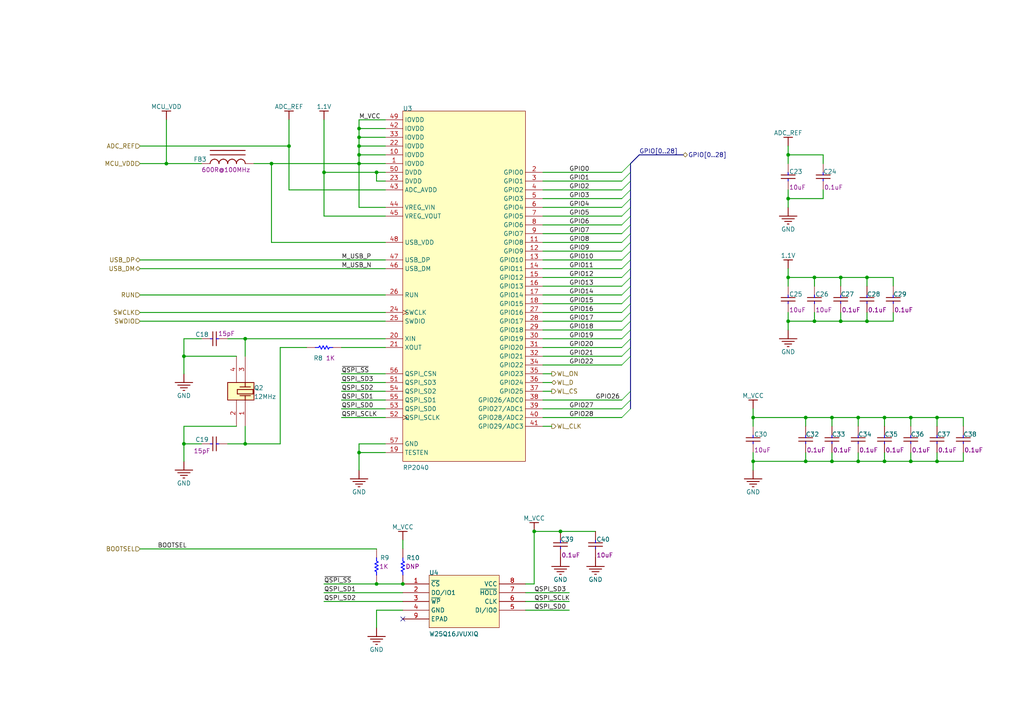
<source format=kicad_sch>
(kicad_sch (version 20230121) (generator eeschema)
  (paper "A4")
  (lib_symbols
    (symbol "RP2040-altium-import:1.1V" (power)
      (property "Reference" "#PWR" (at 0 0 0))
      (property "Value" "1.1V" (at 0 3.81 0))
      (symbol "1.1V_0_0"
        (polyline (pts (xy -1.27 -2.54) (xy 1.27 -2.54)) (stroke (width 0.254)))
        (polyline (pts (xy 0 0) (xy 0 -2.54)) (stroke (width 0.254)))
        (pin power_in line (at 0 0 0) (length 0) hide (name "1.1V") (number ""))
      )
    )
    (symbol "RP2040-altium-import:ADC_REF" (power)
      (property "Reference" "#PWR" (at 0 0 0))
      (property "Value" "ADC_REF" (at 0 3.81 0))
      (symbol "ADC_REF_0_0"
        (polyline (pts (xy -1.27 -2.54) (xy 1.27 -2.54)) (stroke (width 0.254)))
        (polyline (pts (xy 0 0) (xy 0 -2.54)) (stroke (width 0.254)))
        (pin power_in line (at 0 0 0) (length 0) hide (name "ADC_REF") (number ""))
      )
    )
    (symbol "RP2040-altium-import:GND" (power)
      (property "Reference" "#PWR" (at 0 0 0))
      (property "Value" "GND" (at 0 6.35 0))
      (symbol "GND_0_0"
        (polyline (pts (xy -2.54 -2.54) (xy 2.54 -2.54)) (stroke (width 0.254)))
        (polyline (pts (xy -1.778 -3.302) (xy 1.778 -3.302)) (stroke (width 0.254)))
        (polyline (pts (xy -1.016 -4.064) (xy 1.016 -4.064)) (stroke (width 0.254)))
        (polyline (pts (xy -0.254 -4.826) (xy 0.254 -4.826)) (stroke (width 0.254)))
        (polyline (pts (xy 0 0) (xy 0 -2.54)) (stroke (width 0.254)))
        (pin power_in line (at 0 0 0) (length 0) hide (name "GND") (number ""))
      )
    )
    (symbol "RP2040-altium-import:MCU_VDD" (power)
      (property "Reference" "#PWR" (at 0 0 0))
      (property "Value" "MCU_VDD" (at 0 3.81 0))
      (symbol "MCU_VDD_0_0"
        (polyline (pts (xy -1.27 -2.54) (xy 1.27 -2.54)) (stroke (width 0.254)))
        (polyline (pts (xy 0 0) (xy 0 -2.54)) (stroke (width 0.254)))
        (pin power_in line (at 0 0 0) (length 0) hide (name "MCU_VDD") (number ""))
      )
    )
    (symbol "RP2040-altium-import:M_VCC" (power)
      (property "Reference" "#PWR" (at 0 0 0))
      (property "Value" "M_VCC" (at 0 3.81 0))
      (symbol "M_VCC_0_0"
        (polyline (pts (xy -1.27 -2.54) (xy 1.27 -2.54)) (stroke (width 0.254)))
        (polyline (pts (xy 0 0) (xy 0 -2.54)) (stroke (width 0.254)))
        (pin power_in line (at 0 0 0) (length 0) hide (name "M_VCC") (number ""))
      )
    )
    (symbol "RP2040-altium-import:root_0_Ferrite 33Ohm 6A"
      (symbol "root_0_Ferrite 33Ohm 6A_1_0"
        (polyline (pts (xy 0 0) (xy 10.16 0)) (stroke (width 0.254)))
        (polyline (pts (xy 10.16 1.27) (xy 0 1.27)) (stroke (width 0.254)))
        (arc (start 1.27 -1.27) (mid 0.372 -1.642) (end 0 -2.54) (stroke (width 0.254)))
        (arc (start 2.54 -2.54) (mid 2.168 -1.642) (end 1.27 -1.27) (stroke (width 0.254)))
        (arc (start 3.81 -1.27) (mid 2.912 -1.642) (end 2.54 -2.54) (stroke (width 0.254)))
        (arc (start 5.08 -2.54) (mid 4.708 -1.642) (end 3.81 -1.27) (stroke (width 0.254)))
        (arc (start 6.35 -1.27) (mid 5.452 -1.642) (end 5.08 -2.54) (stroke (width 0.254)))
        (arc (start 7.62 -2.54) (mid 7.248 -1.642) (end 6.35 -1.27) (stroke (width 0.254)))
        (arc (start 8.89 -1.27) (mid 7.992 -1.642) (end 7.62 -2.54) (stroke (width 0.254)))
        (arc (start 10.16 -2.54) (mid 9.788 -1.642) (end 8.89 -1.27) (stroke (width 0.254)))
        (pin passive line (at -2.54 -2.54 0) (length 2.54) (name "1") (number "1"))
        (pin passive line (at 12.7 -2.54 180) (length 2.54) (name "2") (number "2"))
      )
    )
    (symbol "RP2040-altium-import:root_0_R0402 DNP"
      (symbol "root_0_R0402 DNP_1_0"
        (polyline (pts (xy 7.62 0) (xy 6.604 0) (xy 6.35 -0.508) (xy 5.842 0.508) (xy 5.334 -0.508) (xy 4.826 0.508) (xy 4.318 -0.508) (xy 3.81 0.508) (xy 3.556 0) (xy 2.54 0)) (stroke (width 0.254) (color 0 0 255 1)))
        (pin passive line (at 0 0 0) (length 2.54) (name "1") (number "1"))
        (pin passive line (at 10.16 0 180) (length 2.54) (name "2") (number "2"))
      )
    )
    (symbol "RP2040-altium-import:root_0_RP2040"
      (symbol "root_0_RP2040_1_0"
        (rectangle (start 35.56 101.6) (end 0 0) (fill (type background)))
        (pin power_in line (at -5.08 86.36 0) (length 5.08) (name "IOVDD") (number "1"))
        (pin power_in line (at -5.08 88.9 0) (length 5.08) (name "IOVDD") (number "10"))
        (pin bidirectional line (at 40.64 63.5 180) (length 5.08) (name "GPIO8") (number "11"))
        (pin bidirectional line (at 40.64 60.96 180) (length 5.08) (name "GPIO9") (number "12"))
        (pin bidirectional line (at 40.64 58.42 180) (length 5.08) (name "GPIO10") (number "13"))
        (pin bidirectional line (at 40.64 55.88 180) (length 5.08) (name "GPIO11") (number "14"))
        (pin bidirectional line (at 40.64 53.34 180) (length 5.08) (name "GPIO12") (number "15"))
        (pin bidirectional line (at 40.64 50.8 180) (length 5.08) (name "GPIO13") (number "16"))
        (pin bidirectional line (at 40.64 48.26 180) (length 5.08) (name "GPIO14") (number "17"))
        (pin bidirectional line (at 40.64 45.72 180) (length 5.08) (name "GPIO15") (number "18"))
        (pin passive line (at -5.08 2.54 0) (length 5.08) (name "TESTEN") (number "19"))
        (pin bidirectional line (at 40.64 83.82 180) (length 5.08) (name "GPIO0") (number "2"))
        (pin input line (at -5.08 35.56 0) (length 5.08) (name "XIN") (number "20"))
        (pin output line (at -5.08 33.02 0) (length 5.08) (name "XOUT") (number "21"))
        (pin power_in line (at -5.08 91.44 0) (length 5.08) (name "IOVDD") (number "22"))
        (pin power_in line (at -5.08 81.28 0) (length 5.08) (name "DVDD") (number "23"))
        (pin input clock (at -5.08 43.18 0) (length 5.08) (name "SWCLK") (number "24"))
        (pin bidirectional line (at -5.08 40.64 0) (length 5.08) (name "SWDIO") (number "25"))
        (pin input line (at -5.08 48.26 0) (length 5.08) (name "RUN") (number "26"))
        (pin bidirectional line (at 40.64 43.18 180) (length 5.08) (name "GPIO16") (number "27"))
        (pin bidirectional line (at 40.64 40.64 180) (length 5.08) (name "GPIO17") (number "28"))
        (pin bidirectional line (at 40.64 38.1 180) (length 5.08) (name "GPIO18") (number "29"))
        (pin bidirectional line (at 40.64 81.28 180) (length 5.08) (name "GPIO1") (number "3"))
        (pin bidirectional line (at 40.64 35.56 180) (length 5.08) (name "GPIO19") (number "30"))
        (pin bidirectional line (at 40.64 33.02 180) (length 5.08) (name "GPIO20") (number "31"))
        (pin bidirectional line (at 40.64 30.48 180) (length 5.08) (name "GPIO21") (number "32"))
        (pin power_in line (at -5.08 93.98 0) (length 5.08) (name "IOVDD") (number "33"))
        (pin bidirectional line (at 40.64 27.94 180) (length 5.08) (name "GPIO22") (number "34"))
        (pin bidirectional line (at 40.64 25.4 180) (length 5.08) (name "GPIO23") (number "35"))
        (pin bidirectional line (at 40.64 22.86 180) (length 5.08) (name "GPIO24") (number "36"))
        (pin bidirectional line (at 40.64 20.32 180) (length 5.08) (name "GPIO25") (number "37"))
        (pin bidirectional line (at 40.64 17.78 180) (length 5.08) (name "GPIO26/ADC0") (number "38"))
        (pin bidirectional line (at 40.64 15.24 180) (length 5.08) (name "GPIO27/ADC1") (number "39"))
        (pin bidirectional line (at 40.64 78.74 180) (length 5.08) (name "GPIO2") (number "4"))
        (pin bidirectional line (at 40.64 12.7 180) (length 5.08) (name "GPIO28/ADC2") (number "40"))
        (pin bidirectional line (at 40.64 10.16 180) (length 5.08) (name "GPIO29/ADC3") (number "41"))
        (pin power_in line (at -5.08 96.52 0) (length 5.08) (name "IOVDD") (number "42"))
        (pin power_in line (at -5.08 78.74 0) (length 5.08) (name "ADC_AVDD") (number "43"))
        (pin power_in line (at -5.08 73.66 0) (length 5.08) (name "VREG_VIN") (number "44"))
        (pin power_in line (at -5.08 71.12 0) (length 5.08) (name "VREG_VOUT") (number "45"))
        (pin bidirectional line (at -5.08 55.88 0) (length 5.08) (name "USB_DM") (number "46"))
        (pin bidirectional line (at -5.08 58.42 0) (length 5.08) (name "USB_DP") (number "47"))
        (pin power_in line (at -5.08 63.5 0) (length 5.08) (name "USB_VDD") (number "48"))
        (pin power_in line (at -5.08 99.06 0) (length 5.08) (name "IOVDD") (number "49"))
        (pin bidirectional line (at 40.64 76.2 180) (length 5.08) (name "GPIO3") (number "5"))
        (pin power_in line (at -5.08 83.82 0) (length 5.08) (name "DVDD") (number "50"))
        (pin bidirectional line (at -5.08 22.86 0) (length 5.08) (name "QSPI_SD3") (number "51"))
        (pin bidirectional clock (at -5.08 12.7 0) (length 5.08) (name "QSPI_SCLK") (number "52"))
        (pin bidirectional line (at -5.08 15.24 0) (length 5.08) (name "QSPI_SD0") (number "53"))
        (pin bidirectional line (at -5.08 20.32 0) (length 5.08) (name "QSPI_SD2") (number "54"))
        (pin bidirectional line (at -5.08 17.78 0) (length 5.08) (name "QSPI_SD1") (number "55"))
        (pin bidirectional line (at -5.08 25.4 0) (length 5.08) (name "QSPI_CSN") (number "56"))
        (pin power_in line (at -5.08 5.08 0) (length 5.08) (name "GND") (number "57"))
        (pin bidirectional line (at 40.64 73.66 180) (length 5.08) (name "GPIO4") (number "6"))
        (pin bidirectional line (at 40.64 71.12 180) (length 5.08) (name "GPIO5") (number "7"))
        (pin bidirectional line (at 40.64 68.58 180) (length 5.08) (name "GPIO6") (number "8"))
        (pin bidirectional line (at 40.64 66.04 180) (length 5.08) (name "GPIO7") (number "9"))
      )
    )
    (symbol "RP2040-altium-import:root_0_W25X40CLUXIG TR"
      (symbol "root_0_W25X40CLUXIG TR_1_0"
        (rectangle (start 20.32 15.24) (end 0 0) (fill (type background)))
        (pin passive line (at -7.62 12.7 0) (length 7.62) (name "~{CS}") (number "1"))
        (pin passive line (at -7.62 10.16 0) (length 7.62) (name "DO/IO1") (number "2"))
        (pin passive line (at -7.62 7.62 0) (length 7.62) (name "~{WP}") (number "3"))
        (pin passive line (at -7.62 5.08 0) (length 7.62) (name "GND") (number "4"))
        (pin passive line (at 27.94 5.08 180) (length 7.62) (name "DI/IO0") (number "5"))
        (pin passive line (at 27.94 7.62 180) (length 7.62) (name "CLK") (number "6"))
        (pin passive line (at 27.94 10.16 180) (length 7.62) (name "~{HOLD}") (number "7"))
        (pin passive line (at 27.94 12.7 180) (length 7.62) (name "VCC") (number "8"))
        (pin passive line (at -7.62 2.54 0) (length 7.62) (name "EPAD") (number "9"))
      )
    )
    (symbol "RP2040-altium-import:root_1_C0201 DNP"
      (symbol "root_1_C0201 DNP_1_0"
        (polyline (pts (xy 2.54 2.54) (xy 3.302 2.54)) (stroke (width 0.254) (color 0 0 255 1)))
        (polyline (pts (xy 3.302 0.508) (xy 3.302 4.572)) (stroke (width 0.254)))
        (polyline (pts (xy 4.318 4.572) (xy 4.318 0.508)) (stroke (width 0.254)))
        (polyline (pts (xy 5.08 2.54) (xy 4.318 2.54)) (stroke (width 0.254) (color 0 0 255 1)))
        (pin passive line (at 0 2.54 0) (length 2.54) (name "1") (number "1"))
        (pin passive line (at 7.62 2.54 180) (length 2.54) (name "2") (number "2"))
      )
    )
    (symbol "RP2040-altium-import:root_1_R0402 DNP"
      (symbol "root_1_R0402 DNP_1_0"
        (polyline (pts (xy 0 7.62) (xy 0 6.604) (xy 0.508 6.35) (xy -0.508 5.842) (xy 0.508 5.334) (xy -0.508 4.826) (xy 0.508 4.318) (xy -0.508 3.81) (xy 0 3.556) (xy 0 2.54)) (stroke (width 0.254) (color 0 0 255 1)))
        (pin passive line (at 0 0 90) (length 2.54) (name "1") (number "1"))
        (pin passive line (at 0 10.16 270) (length 2.54) (name "2") (number "2"))
      )
    )
    (symbol "RP2040-altium-import:root_2_C0201 DNP"
      (symbol "root_2_C0201 DNP_1_0"
        (polyline (pts (xy -4.572 4.318) (xy -0.508 4.318)) (stroke (width 0.254)))
        (polyline (pts (xy -2.54 2.54) (xy -2.54 3.302)) (stroke (width 0.254) (color 0 0 255 1)))
        (polyline (pts (xy -2.54 5.08) (xy -2.54 4.318)) (stroke (width 0.254) (color 0 0 255 1)))
        (polyline (pts (xy -0.508 3.302) (xy -4.572 3.302)) (stroke (width 0.254)))
        (pin passive line (at -2.54 0 90) (length 2.54) (name "1") (number "1"))
        (pin passive line (at -2.54 7.62 270) (length 2.54) (name "2") (number "2"))
      )
    )
    (symbol "RP2040-altium-import:root_2_C0402 12pF 50V C0G 2%"
      (symbol "root_2_C0402 12pF 50V C0G 2%_1_0"
        (polyline (pts (xy -4.572 4.318) (xy -0.508 4.318)) (stroke (width 0.254)))
        (polyline (pts (xy -2.54 2.54) (xy -2.54 3.302)) (stroke (width 0.254) (color 0 0 255 1)))
        (polyline (pts (xy -2.54 5.08) (xy -2.54 4.318)) (stroke (width 0.254) (color 0 0 255 1)))
        (polyline (pts (xy -0.508 3.302) (xy -4.572 3.302)) (stroke (width 0.254)))
        (pin passive line (at -2.54 0 90) (length 2.54) (name "1") (number "1"))
        (pin passive line (at -2.54 7.62 270) (length 2.54) (name "2") (number "2"))
      )
    )
    (symbol "RP2040-altium-import:root_3_CRYSTAL"
      (symbol "root_3_CRYSTAL_1_0"
        (polyline (pts (xy 2.794 -3.302) (xy 2.794 -2.032)) (stroke (width 0.254)))
        (polyline (pts (xy 5.08 -5.08) (xy 5.08 -3.81)) (stroke (width 0.254)))
        (polyline (pts (xy 5.08 0) (xy 5.08 -1.27)) (stroke (width 0.254)))
        (polyline (pts (xy 6.604 -3.81) (xy 3.556 -3.81)) (stroke (width 0.254)))
        (polyline (pts (xy 6.604 -1.27) (xy 3.556 -1.27)) (stroke (width 0.254)))
        (polyline (pts (xy 7.366 -3.302) (xy 2.794 -3.302)) (stroke (width 0.254)))
        (polyline (pts (xy 7.366 -3.302) (xy 7.366 -2.032)) (stroke (width 0.254)))
        (polyline (pts (xy 7.366 -2.032) (xy 2.794 -2.032)) (stroke (width 0.254)))
        (rectangle (start 7.62 0) (end 0 -5.08) (stroke (width 0.254)) (fill (type background)))
        (pin passive line (at 5.08 -12.7 90) (length 7.62) (name "1") (number "1"))
        (pin passive line (at 2.54 -12.7 90) (length 7.62) (name "2") (number "2"))
        (pin passive line (at 5.08 7.62 270) (length 7.62) (name "3") (number "3"))
        (pin passive line (at 2.54 7.62 270) (length 7.62) (name "4") (number "4"))
      )
    )
  )
  (junction (at 218.44 121.1072))
  (junction (at 109.22 169.3672))
  (junction (at 271.78 121.1072))
  (junction (at 236.22 80.4672))
  (junction (at 228.6 93.1672))
  (junction (at 241.3 121.1072))
  (junction (at 104.14 44.9072))
  (junction (at 104.14 37.2872))
  (junction (at 71.12 98.2472))
  (junction (at 109.22 49.9872))
  (junction (at 228.6 80.4672))
  (junction (at 228.6 44.9072))
  (junction (at 53.34 103.3272))
  (junction (at 104.14 42.3672))
  (junction (at 256.54 133.8072))
  (junction (at 71.12 128.7272))
  (junction (at 243.84 80.4672))
  (junction (at 233.68 133.8072))
  (junction (at 104.14 47.4472))
  (junction (at 154.94 154.1272))
  (junction (at 116.84 169.3672))
  (junction (at 251.46 80.4672))
  (junction (at 243.84 93.1672))
  (junction (at 93.98 49.9872))
  (junction (at 248.92 121.1072))
  (junction (at 104.14 131.2672))
  (junction (at 236.22 93.1672))
  (junction (at 271.78 133.8072))
  (junction (at 83.82 42.3672))
  (junction (at 48.26 47.4472))
  (junction (at 104.14 39.8272))
  (junction (at 78.74 47.4472))
  (junction (at 233.68 121.1072))
  (junction (at 256.54 121.1072))
  (junction (at 264.16 121.1072))
  (junction (at 248.92 133.8072))
  (junction (at 241.3 133.8072))
  (junction (at 53.34 128.7272))
  (junction (at 162.56 154.1272))
  (junction (at 264.16 133.8072))
  (junction (at 251.46 93.1672))
  (junction (at 228.6 57.6072))
  (junction (at 218.44 133.8072))
  (no_connect (at 116.84 179.5272))
  (bus_entry (at 180.34 72.8472) (size 2.54 -2.54))
  (bus_entry (at 180.34 116.0272) (size 2.54 -2.54))
  (bus_entry (at 180.34 103.3272) (size 2.54 -2.54))
  (bus_entry (at 180.34 60.1472) (size 2.54 -2.54))
  (bus_entry (at 180.34 88.0872) (size 2.54 -2.54))
  (bus_entry (at 180.34 65.2272) (size 2.54 -2.54))
  (bus_entry (at 180.34 95.7072) (size 2.54 -2.54))
  (bus_entry (at 180.34 52.5272) (size 2.54 -2.54))
  (bus_entry (at 180.34 55.0672) (size 2.54 -2.54))
  (bus_entry (at 180.34 75.3872) (size 2.54 -2.54))
  (bus_entry (at 180.34 121.1072) (size 2.54 -2.54))
  (bus_entry (at 180.34 85.5472) (size 2.54 -2.54))
  (bus_entry (at 180.34 83.0072) (size 2.54 -2.54))
  (bus_entry (at 180.34 70.3072) (size 2.54 -2.54))
  (bus_entry (at 180.34 118.5672) (size 2.54 -2.54))
  (bus_entry (at 180.34 77.9272) (size 2.54 -2.54))
  (bus_entry (at 180.34 49.9872) (size 2.54 -2.54))
  (bus_entry (at 180.34 62.6872) (size 2.54 -2.54))
  (bus_entry (at 180.34 67.7672) (size 2.54 -2.54))
  (bus_entry (at 180.34 98.2472) (size 2.54 -2.54))
  (bus_entry (at 180.34 93.1672) (size 2.54 -2.54))
  (bus_entry (at 180.34 57.6072) (size 2.54 -2.54))
  (bus_entry (at 180.34 90.6272) (size 2.54 -2.54))
  (bus_entry (at 180.34 80.4672) (size 2.54 -2.54))
  (bus_entry (at 180.34 105.8672) (size 2.54 -2.54))
  (bus_entry (at 180.34 100.7872) (size 2.54 -2.54))
  (wire (pts (xy 40.64 42.3672) (xy 83.82 42.3672)) (stroke (width 0.254)))
  (wire (pts (xy 233.68 131.2672) (xy 233.68 133.8072)) (stroke (width 0.254)))
  (wire (pts (xy 53.34 98.2472) (xy 53.34 103.3272)) (stroke (width 0.254)))
  (wire (pts (xy 40.64 75.3872) (xy 111.76 75.3872)) (stroke (width 0.254)))
  (wire (pts (xy 48.26 47.4472) (xy 58.42 47.4472)) (stroke (width 0.254)))
  (wire (pts (xy 271.78 131.2672) (xy 271.78 133.8072)) (stroke (width 0.254)))
  (wire (pts (xy 157.48 55.0672) (xy 180.34 55.0672)) (stroke (width 0.254)))
  (wire (pts (xy 236.22 83.0072) (xy 236.22 80.4672)) (stroke (width 0.254)))
  (wire (pts (xy 279.4 123.6472) (xy 279.4 121.1072)) (stroke (width 0.254)))
  (bus (pts (xy 182.88 80.4672) (xy 182.88 77.9272)) (stroke (width 0.254)))
  (wire (pts (xy 228.6 93.1672) (xy 228.6 90.6272)) (stroke (width 0.254)))
  (wire (pts (xy 152.4 174.4472) (xy 165.1 174.4472)) (stroke (width 0.254)))
  (bus (pts (xy 182.88 75.3872) (xy 182.88 72.8472)) (stroke (width 0.254)))
  (wire (pts (xy 88.9 100.7872) (xy 81.28 100.7872)) (stroke (width 0.254)))
  (wire (pts (xy 109.22 52.5272) (xy 109.22 49.9872)) (stroke (width 0.254)))
  (wire (pts (xy 116.84 176.9872) (xy 109.22 176.9872)) (stroke (width 0.254)))
  (wire (pts (xy 279.4 121.1072) (xy 271.78 121.1072)) (stroke (width 0.254)))
  (wire (pts (xy 248.92 133.8072) (xy 241.3 133.8072)) (stroke (width 0.254)))
  (wire (pts (xy 111.76 90.6272) (xy 40.64 90.6272)) (stroke (width 0.254)))
  (wire (pts (xy 111.76 34.7472) (xy 104.14 34.7472)) (stroke (width 0.254)))
  (bus (pts (xy 182.88 72.8472) (xy 182.88 70.3072)) (stroke (width 0.254)))
  (bus (pts (xy 182.88 60.1472) (xy 182.88 57.6072)) (stroke (width 0.254)))
  (wire (pts (xy 83.82 42.3672) (xy 83.82 55.0672)) (stroke (width 0.254)))
  (wire (pts (xy 228.6 44.9072) (xy 228.6 47.4472)) (stroke (width 0.254)))
  (wire (pts (xy 58.42 98.2472) (xy 53.34 98.2472)) (stroke (width 0.254)))
  (wire (pts (xy 104.14 131.2672) (xy 104.14 136.3472)) (stroke (width 0.254)))
  (wire (pts (xy 251.46 93.1672) (xy 243.84 93.1672)) (stroke (width 0.254)))
  (wire (pts (xy 104.14 34.7472) (xy 104.14 37.2872)) (stroke (width 0.254)))
  (wire (pts (xy 109.22 49.9872) (xy 111.76 49.9872)) (stroke (width 0.254)))
  (wire (pts (xy 48.26 34.7472) (xy 48.26 47.4472)) (stroke (width 0.254)))
  (wire (pts (xy 157.48 49.9872) (xy 180.34 49.9872)) (stroke (width 0.254)))
  (wire (pts (xy 157.48 65.2272) (xy 180.34 65.2272)) (stroke (width 0.254)))
  (wire (pts (xy 228.6 95.7072) (xy 228.6 93.1672)) (stroke (width 0.254)))
  (wire (pts (xy 111.76 60.1472) (xy 104.14 60.1472)) (stroke (width 0.254)))
  (bus (pts (xy 185.42 44.9072) (xy 198.12 44.9072)) (stroke (width 0.254)))
  (bus (pts (xy 182.88 98.2472) (xy 182.88 95.7072)) (stroke (width 0.254)))
  (wire (pts (xy 93.98 62.6872) (xy 93.98 49.9872)) (stroke (width 0.254)))
  (wire (pts (xy 271.78 123.6472) (xy 271.78 121.1072)) (stroke (width 0.254)))
  (wire (pts (xy 104.14 39.8272) (xy 104.14 42.3672)) (stroke (width 0.254)))
  (wire (pts (xy 157.48 52.5272) (xy 180.34 52.5272)) (stroke (width 0.254)))
  (wire (pts (xy 259.08 80.4672) (xy 251.46 80.4672)) (stroke (width 0.254)))
  (wire (pts (xy 111.76 39.8272) (xy 104.14 39.8272)) (stroke (width 0.254)))
  (wire (pts (xy 157.48 75.3872) (xy 180.34 75.3872)) (stroke (width 0.254)))
  (wire (pts (xy 111.76 37.2872) (xy 104.14 37.2872)) (stroke (width 0.254)))
  (wire (pts (xy 256.54 123.6472) (xy 256.54 121.1072)) (stroke (width 0.254)))
  (wire (pts (xy 238.76 44.9072) (xy 228.6 44.9072)) (stroke (width 0.254)))
  (wire (pts (xy 279.4 133.8072) (xy 271.78 133.8072)) (stroke (width 0.254)))
  (wire (pts (xy 243.84 90.6272) (xy 243.84 93.1672)) (stroke (width 0.254)))
  (wire (pts (xy 104.14 44.9072) (xy 104.14 47.4472)) (stroke (width 0.254)))
  (wire (pts (xy 243.84 80.4672) (xy 236.22 80.4672)) (stroke (width 0.254)))
  (wire (pts (xy 256.54 131.2672) (xy 256.54 133.8072)) (stroke (width 0.254)))
  (wire (pts (xy 264.16 131.2672) (xy 264.16 133.8072)) (stroke (width 0.254)))
  (bus (pts (xy 182.88 88.0872) (xy 182.88 85.5472)) (stroke (width 0.254)))
  (wire (pts (xy 111.76 118.5672) (xy 99.06 118.5672)) (stroke (width 0.254)))
  (wire (pts (xy 104.14 42.3672) (xy 104.14 44.9072)) (stroke (width 0.254)))
  (bus (pts (xy 182.88 52.5272) (xy 182.88 49.9872)) (stroke (width 0.254)))
  (wire (pts (xy 104.14 37.2872) (xy 104.14 39.8272)) (stroke (width 0.254)))
  (wire (pts (xy 243.84 83.0072) (xy 243.84 80.4672)) (stroke (width 0.254)))
  (wire (pts (xy 256.54 121.1072) (xy 248.92 121.1072)) (stroke (width 0.254)))
  (bus (pts (xy 182.88 93.1672) (xy 182.88 90.6272)) (stroke (width 0.254)))
  (wire (pts (xy 104.14 60.1472) (xy 104.14 47.4472)) (stroke (width 0.254)))
  (wire (pts (xy 93.98 34.7472) (xy 93.98 49.9872)) (stroke (width 0.254)))
  (bus (pts (xy 182.88 67.7672) (xy 182.88 65.2272)) (stroke (width 0.254)))
  (bus (pts (xy 182.88 116.0272) (xy 182.88 113.4872)) (stroke (width 0.254)))
  (wire (pts (xy 157.48 98.2472) (xy 180.34 98.2472)) (stroke (width 0.254)))
  (wire (pts (xy 53.34 128.7272) (xy 53.34 133.8072)) (stroke (width 0.254)))
  (wire (pts (xy 271.78 121.1072) (xy 264.16 121.1072)) (stroke (width 0.254)))
  (wire (pts (xy 236.22 90.6272) (xy 236.22 93.1672)) (stroke (width 0.254)))
  (wire (pts (xy 81.28 100.7872) (xy 81.28 128.7272)) (stroke (width 0.254)))
  (wire (pts (xy 109.22 169.3672) (xy 93.98 169.3672)) (stroke (width 0.254)))
  (wire (pts (xy 104.14 128.7272) (xy 104.14 131.2672)) (stroke (width 0.254)))
  (bus (pts (xy 182.88 49.9872) (xy 182.88 47.4472)) (stroke (width 0.254)))
  (wire (pts (xy 104.14 47.4472) (xy 111.76 47.4472)) (stroke (width 0.254)))
  (wire (pts (xy 109.22 176.9872) (xy 109.22 182.0672)) (stroke (width 0.254)))
  (wire (pts (xy 259.08 83.0072) (xy 259.08 80.4672)) (stroke (width 0.254)))
  (wire (pts (xy 251.46 90.6272) (xy 251.46 93.1672)) (stroke (width 0.254)))
  (wire (pts (xy 78.74 70.3072) (xy 78.74 47.4472)) (stroke (width 0.254)))
  (bus (pts (xy 182.88 57.6072) (xy 182.88 55.0672)) (stroke (width 0.254)))
  (wire (pts (xy 259.08 90.6272) (xy 259.08 93.1672)) (stroke (width 0.254)))
  (wire (pts (xy 71.12 128.7272) (xy 66.04 128.7272)) (stroke (width 0.254)))
  (wire (pts (xy 157.48 70.3072) (xy 180.34 70.3072)) (stroke (width 0.254)))
  (wire (pts (xy 157.48 60.1472) (xy 180.34 60.1472)) (stroke (width 0.254)))
  (wire (pts (xy 111.76 44.9072) (xy 104.14 44.9072)) (stroke (width 0.254)))
  (wire (pts (xy 111.76 70.3072) (xy 78.74 70.3072)) (stroke (width 0.254)))
  (wire (pts (xy 157.48 113.4872) (xy 160.02 113.4872)) (stroke (width 0.254)))
  (wire (pts (xy 83.82 55.0672) (xy 111.76 55.0672)) (stroke (width 0.254)))
  (wire (pts (xy 218.44 133.8072) (xy 218.44 131.2672)) (stroke (width 0.254)))
  (wire (pts (xy 279.4 131.2672) (xy 279.4 133.8072)) (stroke (width 0.254)))
  (wire (pts (xy 264.16 121.1072) (xy 256.54 121.1072)) (stroke (width 0.254)))
  (wire (pts (xy 152.4 171.9072) (xy 165.1 171.9072)) (stroke (width 0.254)))
  (wire (pts (xy 152.4 176.9872) (xy 165.1 176.9872)) (stroke (width 0.254)))
  (bus (pts (xy 182.88 65.2272) (xy 182.88 62.6872)) (stroke (width 0.254)))
  (wire (pts (xy 238.76 47.4472) (xy 238.76 44.9072)) (stroke (width 0.254)))
  (wire (pts (xy 111.76 93.1672) (xy 40.64 93.1672)) (stroke (width 0.254)))
  (wire (pts (xy 157.48 62.6872) (xy 180.34 62.6872)) (stroke (width 0.254)))
  (wire (pts (xy 157.48 67.7672) (xy 180.34 67.7672)) (stroke (width 0.254)))
  (wire (pts (xy 111.76 110.9472) (xy 99.06 110.9472)) (stroke (width 0.254)))
  (wire (pts (xy 241.3 123.6472) (xy 241.3 121.1072)) (stroke (width 0.254)))
  (wire (pts (xy 238.76 55.0672) (xy 238.76 57.6072)) (stroke (width 0.254)))
  (wire (pts (xy 111.76 131.2672) (xy 104.14 131.2672)) (stroke (width 0.254)))
  (wire (pts (xy 53.34 123.6472) (xy 53.34 128.7272)) (stroke (width 0.254)))
  (wire (pts (xy 233.68 121.1072) (xy 218.44 121.1072)) (stroke (width 0.254)))
  (wire (pts (xy 251.46 80.4672) (xy 243.84 80.4672)) (stroke (width 0.254)))
  (wire (pts (xy 93.98 49.9872) (xy 109.22 49.9872)) (stroke (width 0.254)))
  (bus (pts (xy 182.88 55.0672) (xy 182.88 52.5272)) (stroke (width 0.254)))
  (wire (pts (xy 264.16 123.6472) (xy 264.16 121.1072)) (stroke (width 0.254)))
  (wire (pts (xy 243.84 93.1672) (xy 236.22 93.1672)) (stroke (width 0.254)))
  (wire (pts (xy 40.64 159.2072) (xy 109.22 159.2072)) (stroke (width 0.254)))
  (wire (pts (xy 116.84 174.4472) (xy 93.98 174.4472)) (stroke (width 0.254)))
  (wire (pts (xy 157.48 100.7872) (xy 180.34 100.7872)) (stroke (width 0.254)))
  (wire (pts (xy 40.64 77.9272) (xy 111.76 77.9272)) (stroke (width 0.254)))
  (wire (pts (xy 157.48 103.3272) (xy 180.34 103.3272)) (stroke (width 0.254)))
  (wire (pts (xy 81.28 128.7272) (xy 71.12 128.7272)) (stroke (width 0.254)))
  (bus (pts (xy 182.88 77.9272) (xy 182.88 75.3872)) (stroke (width 0.254)))
  (wire (pts (xy 157.48 110.9472) (xy 160.02 110.9472)) (stroke (width 0.254)))
  (wire (pts (xy 157.48 85.5472) (xy 180.34 85.5472)) (stroke (width 0.254)))
  (wire (pts (xy 228.6 60.1472) (xy 228.6 57.6072)) (stroke (width 0.254)))
  (wire (pts (xy 111.76 121.1072) (xy 99.06 121.1072)) (stroke (width 0.254)))
  (wire (pts (xy 236.22 93.1672) (xy 228.6 93.1672)) (stroke (width 0.254)))
  (bus (pts (xy 182.88 83.0072) (xy 182.88 80.4672)) (stroke (width 0.254)))
  (wire (pts (xy 233.68 123.6472) (xy 233.68 121.1072)) (stroke (width 0.254)))
  (wire (pts (xy 154.94 154.1272) (xy 154.94 169.3672)) (stroke (width 0.254)))
  (bus (pts (xy 182.88 47.4472) (xy 185.42 44.9072)) (stroke (width 0.254)))
  (wire (pts (xy 111.76 52.5272) (xy 109.22 52.5272)) (stroke (width 0.254)))
  (bus (pts (xy 182.88 90.6272) (xy 182.88 88.0872)) (stroke (width 0.254)))
  (wire (pts (xy 66.04 98.2472) (xy 71.12 98.2472)) (stroke (width 0.254)))
  (wire (pts (xy 116.84 156.6672) (xy 116.84 159.2072)) (stroke (width 0.254)))
  (wire (pts (xy 78.74 47.4472) (xy 104.14 47.4472)) (stroke (width 0.254)))
  (wire (pts (xy 71.12 98.2472) (xy 71.12 103.3272)) (stroke (width 0.254)))
  (wire (pts (xy 228.6 57.6072) (xy 228.6 55.0672)) (stroke (width 0.254)))
  (wire (pts (xy 111.76 116.0272) (xy 99.06 116.0272)) (stroke (width 0.254)))
  (wire (pts (xy 248.92 131.2672) (xy 248.92 133.8072)) (stroke (width 0.254)))
  (wire (pts (xy 157.48 121.1072) (xy 180.34 121.1072)) (stroke (width 0.254)))
  (bus (pts (xy 182.88 95.7072) (xy 182.88 93.1672)) (stroke (width 0.254)))
  (wire (pts (xy 157.48 77.9272) (xy 180.34 77.9272)) (stroke (width 0.254)))
  (wire (pts (xy 157.48 93.1672) (xy 180.34 93.1672)) (stroke (width 0.254)))
  (wire (pts (xy 228.6 42.3672) (xy 228.6 44.9072)) (stroke (width 0.254)))
  (wire (pts (xy 259.08 93.1672) (xy 251.46 93.1672)) (stroke (width 0.254)))
  (wire (pts (xy 157.48 83.0072) (xy 180.34 83.0072)) (stroke (width 0.254)))
  (wire (pts (xy 71.12 128.7272) (xy 71.12 123.6472)) (stroke (width 0.254)))
  (wire (pts (xy 241.3 133.8072) (xy 233.68 133.8072)) (stroke (width 0.254)))
  (wire (pts (xy 109.22 169.3672) (xy 116.84 169.3672)) (stroke (width 0.254)))
  (wire (pts (xy 154.94 169.3672) (xy 152.4 169.3672)) (stroke (width 0.254)))
  (wire (pts (xy 111.76 128.7272) (xy 104.14 128.7272)) (stroke (width 0.254)))
  (wire (pts (xy 157.48 108.4072) (xy 160.02 108.4072)) (stroke (width 0.254)))
  (bus (pts (xy 182.88 62.6872) (xy 182.88 60.1472)) (stroke (width 0.254)))
  (wire (pts (xy 157.48 105.8672) (xy 180.34 105.8672)) (stroke (width 0.254)))
  (wire (pts (xy 53.34 103.3272) (xy 53.34 108.4072)) (stroke (width 0.254)))
  (wire (pts (xy 233.68 133.8072) (xy 218.44 133.8072)) (stroke (width 0.254)))
  (wire (pts (xy 73.66 47.4472) (xy 78.74 47.4472)) (stroke (width 0.254)))
  (wire (pts (xy 111.76 62.6872) (xy 93.98 62.6872)) (stroke (width 0.254)))
  (bus (pts (xy 182.88 70.3072) (xy 182.88 67.7672)) (stroke (width 0.254)))
  (wire (pts (xy 241.3 121.1072) (xy 233.68 121.1072)) (stroke (width 0.254)))
  (wire (pts (xy 58.42 128.7272) (xy 53.34 128.7272)) (stroke (width 0.254)))
  (wire (pts (xy 157.48 95.7072) (xy 180.34 95.7072)) (stroke (width 0.254)))
  (wire (pts (xy 99.06 100.7872) (xy 111.76 100.7872)) (stroke (width 0.254)))
  (wire (pts (xy 248.92 123.6472) (xy 248.92 121.1072)) (stroke (width 0.254)))
  (wire (pts (xy 111.76 98.2472) (xy 71.12 98.2472)) (stroke (width 0.254)))
  (wire (pts (xy 236.22 80.4672) (xy 228.6 80.4672)) (stroke (width 0.254)))
  (wire (pts (xy 116.84 171.9072) (xy 93.98 171.9072)) (stroke (width 0.254)))
  (wire (pts (xy 218.44 118.5672) (xy 218.44 121.1072)) (stroke (width 0.254)))
  (wire (pts (xy 218.44 121.1072) (xy 218.44 123.6472)) (stroke (width 0.254)))
  (wire (pts (xy 251.46 83.0072) (xy 251.46 80.4672)) (stroke (width 0.254)))
  (wire (pts (xy 228.6 77.9272) (xy 228.6 80.4672)) (stroke (width 0.254)))
  (wire (pts (xy 40.64 47.4472) (xy 48.26 47.4472)) (stroke (width 0.254)))
  (wire (pts (xy 68.58 103.3272) (xy 53.34 103.3272)) (stroke (width 0.254)))
  (wire (pts (xy 238.76 57.6072) (xy 228.6 57.6072)) (stroke (width 0.254)))
  (wire (pts (xy 157.48 57.6072) (xy 180.34 57.6072)) (stroke (width 0.254)))
  (bus (pts (xy 182.88 113.4872) (xy 182.88 103.3272)) (stroke (width 0.254)))
  (wire (pts (xy 83.82 34.7472) (xy 83.82 42.3672)) (stroke (width 0.254)))
  (wire (pts (xy 111.76 113.4872) (xy 99.06 113.4872)) (stroke (width 0.254)))
  (wire (pts (xy 157.48 88.0872) (xy 180.34 88.0872)) (stroke (width 0.254)))
  (wire (pts (xy 157.48 72.8472) (xy 180.34 72.8472)) (stroke (width 0.254)))
  (wire (pts (xy 271.78 133.8072) (xy 264.16 133.8072)) (stroke (width 0.254)))
  (wire (pts (xy 264.16 133.8072) (xy 256.54 133.8072)) (stroke (width 0.254)))
  (wire (pts (xy 40.64 85.5472) (xy 111.76 85.5472)) (stroke (width 0.254)))
  (wire (pts (xy 111.76 42.3672) (xy 104.14 42.3672)) (stroke (width 0.254)))
  (wire (pts (xy 248.92 121.1072) (xy 241.3 121.1072)) (stroke (width 0.254)))
  (bus (pts (xy 182.88 103.3272) (xy 182.88 100.7872)) (stroke (width 0.254)))
  (wire (pts (xy 111.76 108.4072) (xy 99.06 108.4072)) (stroke (width 0.254)))
  (wire (pts (xy 157.48 118.5672) (xy 180.34 118.5672)) (stroke (width 0.254)))
  (wire (pts (xy 157.48 116.0272) (xy 180.34 116.0272)) (stroke (width 0.254)))
  (bus (pts (xy 182.88 100.7872) (xy 182.88 98.2472)) (stroke (width 0.254)))
  (wire (pts (xy 172.72 154.1272) (xy 162.56 154.1272)) (stroke (width 0.254)))
  (wire (pts (xy 256.54 133.8072) (xy 248.92 133.8072)) (stroke (width 0.254)))
  (wire (pts (xy 157.48 123.6472) (xy 160.02 123.6472)) (stroke (width 0.254)))
  (bus (pts (xy 182.88 118.5672) (xy 182.88 116.0272)) (stroke (width 0.254)))
  (wire (pts (xy 68.58 123.6472) (xy 53.34 123.6472)) (stroke (width 0.254)))
  (bus (pts (xy 182.88 85.5472) (xy 182.88 83.0072)) (stroke (width 0.254)))
  (wire (pts (xy 228.6 80.4672) (xy 228.6 83.0072)) (stroke (width 0.254)))
  (wire (pts (xy 218.44 136.3472) (xy 218.44 133.8072)) (stroke (width 0.254)))
  (wire (pts (xy 157.48 90.6272) (xy 180.34 90.6272)) (stroke (width 0.254)))
  (wire (pts (xy 157.48 80.4672) (xy 180.34 80.4672)) (stroke (width 0.254)))
  (wire (pts (xy 162.56 154.1272) (xy 154.94 154.1272)) (stroke (width 0.254)))
  (wire (pts (xy 241.3 131.2672) (xy 241.3 133.8072)) (stroke (width 0.254)))
  (label "~{QSPI_SS}" (at 99.06 108.4072 180))
  (label "GPIO8" (at 165.1 70.3072 180))
  (label "GPIO11" (at 165.1 77.9272 180))
  (label "QSPI_SCLK" (at 154.94 174.4472 180))
  (label "QSPI_SD3" (at 154.94 171.9072 180))
  (label "GPIO2" (at 165.1 55.0672 180))
  (label "M_USB_N" (at 99.06 77.9272 180))
  (label "GPIO17" (at 165.1 93.1672 180))
  (label "GPIO10" (at 165.1 75.3872 180))
  (label "GPIO19" (at 165.1 98.2472 180))
  (label "GPIO28" (at 165.1 121.1072 180))
  (label "GPIO15" (at 165.1 88.0872 180))
  (label "GPIO9" (at 165.1 72.8472 180))
  (label "GPIO0" (at 165.1 49.9872 180))
  (label "GPIO21" (at 165.1 103.3272 180))
  (label "QSPI_SCLK" (at 99.06 121.1072 180))
  (label "GPIO[0..28]" (at 185.42 44.9072 180))
  (label "QSPI_SD1" (at 99.06 116.0272 180))
  (label "QSPI_SD0" (at 99.06 118.5672 180))
  (label "QSPI_SD0" (at 154.94 176.9872 180))
  (label "QSPI_SD2" (at 99.06 113.4872 180))
  (label "M_USB_P" (at 99.06 75.3872 180))
  (label "GPIO14" (at 165.1 85.5472 180))
  (label "GPIO13" (at 165.1 83.0072 180))
  (label "GPIO12" (at 165.1 80.4672 180))
  (label "GPIO27" (at 165.1 118.5672 180))
  (label "GPIO20" (at 165.1 100.7872 180))
  (label "GPIO22" (at 165.1 105.8672 180))
  (label "M_VCC" (at 104.14 34.7472 180))
  (label "GPIO18" (at 165.1 95.7072 180))
  (label "GPIO16" (at 165.1 90.6272 180))
  (label "GPIO7" (at 165.1 67.7672 180))
  (label "GPIO1" (at 165.1 52.5272 180))
  (label "GPIO26" (at 172.72 116.0272 180))
  (label "GPIO4" (at 165.1 60.1472 180))
  (label "QSPI_SD1" (at 93.98 171.9072 180))
  (label "QSPI_SD3" (at 99.06 110.9472 180))
  (label "GPIO5" (at 165.1 62.6872 180))
  (label "GPIO6" (at 165.1 65.2272 180))
  (label "GPIO3" (at 165.1 57.6072 180))
  (label "QSPI_SD2" (at 93.98 174.4472 180))
  (label "~{QSPI_SS}" (at 93.98 169.3672 180))
  (label "BOOTSEL" (at 45.72 159.2072 180))
  (hierarchical_label "SWCLK" (shape input) (at 40.64 90.6272 180))
  (hierarchical_label "USB_DP" (shape bidirectional) (at 40.64 75.3872 180))
  (hierarchical_label "ADC_REF" (shape input) (at 40.64 42.3672 180))
  (hierarchical_label "GPIO[0..28]" (shape bidirectional) (at 198.12 44.9072 0))
  (hierarchical_label "MCU_VDD" (shape input) (at 40.64 47.4472 180))
  (hierarchical_label "BOOTSEL" (shape input) (at 40.64 159.2072 180))
  (hierarchical_label "WL_D" (shape bidirectional) (at 160.02 110.9472 0))
  (hierarchical_label "WL_CS" (shape output) (at 160.02 113.4872 0))
  (hierarchical_label "USB_DM" (shape bidirectional) (at 40.64 77.9272 180))
  (hierarchical_label "RUN" (shape input) (at 40.64 85.5472 180))
  (hierarchical_label "WL_ON" (shape output) (at 160.02 108.4072 0))
  (hierarchical_label "SWDIO" (shape input) (at 40.64 93.1672 180))
  (hierarchical_label "WL_CLK" (shape output) (at 160.02 123.6472 0))
  (symbol (lib_id "RP2040-altium-import:GND") (at 53.34 133.8072 0) (unit 1)
    (property "Reference" "#PWR?" (effects hide))
    (property "Value" "GND" (at 53.34 140.1572 0))
  )
  (symbol (lib_id "RP2040-altium-import:M_VCC") (at 218.44 118.5672 180) (unit 1)
    (property "Reference" "#PWR?" (effects hide))
    (property "Value" "M_VCC" (at 218.44 114.7572 0))
  )
  (symbol (lib_id "RP2040-altium-import:root_2_C0201 DNP") (at 246.38 90.6272 0) (unit 1)
    (property "Reference" "C27" (at 243.84 86.0552 0) (effects (justify left bottom)))
    (property "Value" "C0201 DNP" (effects hide))
    (property "Footprint" "C0201" (effects hide))
    (property "PN" "GRM033Z71A104KE14D" (effects hide))
    (property "MFG" "muRata" (effects hide))
    (property "ALTIUM_VALUE" "0.1uF" (at 244.094 90.6272 0) (effects (justify left bottom)))
  )
  (symbol (lib_id "RP2040-altium-import:root_2_C0402 12pF 50V C0G 2%") (at 231.14 55.0672 0) (unit 1)
    (property "Reference" "C23" (at 228.854 50.4952 0) (effects (justify left bottom)))
    (property "Value" "C0402 12pF 50V" (effects hide))
    (property "Footprint" "C0402" (effects hide))
    (property "MFG" "muRata" (effects hide))
    (property "PN" "GRM155R61A106ME44D" (effects hide))
    (property "MANUFACTURER" "Murata Electronics North America" (effects hide))
    (property "SUPPLIER 1" "Digi-Key" (effects hide))
    (property "SUPPLIER PART NUMBER 1" "490-6197-1-ND" (effects hide))
    (property "ALTIUM_VALUE" "10uF" (at 228.854 55.0672 0) (effects (justify left bottom)))
  )
  (symbol (lib_id "RP2040-altium-import:GND") (at 104.14 136.3472 0) (unit 1)
    (property "Reference" "#PWR?" (effects hide))
    (property "Value" "GND" (at 104.14 142.6972 0))
  )
  (symbol (lib_id "RP2040-altium-import:root_1_R0402 DNP") (at 116.84 169.3672 0) (unit 1)
    (property "Reference" "R10" (at 117.856 162.5092 0) (effects (justify left bottom)))
    (property "Value" "R0402 DO NOT PLACE" (effects hide))
    (property "Footprint" "R0201" (effects hide))
    (property "DIGIKEY" "N/A" (effects hide))
    (property "PART NUMBER" "N/A" (effects hide))
    (property "ALTIUM_VALUE" "DNP" (at 117.602 165.0492 0) (effects (justify left bottom)))
  )
  (symbol (lib_id "RP2040-altium-import:root_2_C0402 12pF 50V C0G 2%") (at 220.98 131.2672 0) (unit 1)
    (property "Reference" "C30" (at 218.694 126.6952 0) (effects (justify left bottom)))
    (property "Value" "C0402 12pF 50V" (effects hide))
    (property "Footprint" "C0402" (effects hide))
    (property "MFG" "muRata" (effects hide))
    (property "PN" "GRM155R61A106ME44D" (effects hide))
    (property "MANUFACTURER" "Murata Electronics North America" (effects hide))
    (property "SUPPLIER 1" "Digi-Key" (effects hide))
    (property "SUPPLIER PART NUMBER 1" "490-6197-1-ND" (effects hide))
    (property "ALTIUM_VALUE" "10uF" (at 218.694 131.2672 0) (effects (justify left bottom)))
  )
  (symbol (lib_id "RP2040-altium-import:root_0_Ferrite 33Ohm 6A") (at 60.96 44.9072 0) (unit 1)
    (property "Reference" "FB3" (at 56.134 46.9392 0) (effects (justify left bottom)))
    (property "Value" "Ferrite 33Ohm 6A" (effects hide))
    (property "Footprint" "D:_OneDrive_AltiumDesignerLibrary_Custom Components.PcbLib_L0402" (effects hide))
    (property "MFG" "muRata" (effects hide))
    (property "PN" "BLM15AG601SN1D" (effects hide))
    (property "SUPPLIER 1" "Digi-Key" (effects hide))
    (property "PRICE" "490-5989-6-ND" (effects hide))
    (property "ALTIUM_VALUE" "600R@100MHz" (at 58.42 49.9872 0) (effects (justify left bottom)))
  )
  (symbol (lib_id "RP2040-altium-import:root_2_C0201 DNP") (at 236.22 131.2672 0) (unit 1)
    (property "Reference" "C32" (at 233.68 126.6952 0) (effects (justify left bottom)))
    (property "Value" "C0201 DNP" (effects hide))
    (property "Footprint" "C0201" (effects hide))
    (property "PN" "GRM033Z71A104KE14D" (effects hide))
    (property "MFG" "muRata" (effects hide))
    (property "ALTIUM_VALUE" "0.1uF" (at 233.934 131.2672 0) (effects (justify left bottom)))
  )
  (symbol (lib_id "RP2040-altium-import:root_2_C0201 DNP") (at 274.32 131.2672 0) (unit 1)
    (property "Reference" "C37" (at 271.78 126.6952 0) (effects (justify left bottom)))
    (property "Value" "C0201 DNP" (effects hide))
    (property "Footprint" "C0201" (effects hide))
    (property "PN" "GRM033Z71A104KE14D" (effects hide))
    (property "MFG" "muRata" (effects hide))
    (property "ALTIUM_VALUE" "0.1uF" (at 272.034 131.2672 0) (effects (justify left bottom)))
  )
  (symbol (lib_id "RP2040-altium-import:GND") (at 228.6 60.1472 0) (unit 1)
    (property "Reference" "#PWR?" (effects hide))
    (property "Value" "GND" (at 228.6 66.4972 0))
  )
  (symbol (lib_id "RP2040-altium-import:ADC_REF") (at 83.82 34.7472 180) (unit 1)
    (property "Reference" "#PWR?" (effects hide))
    (property "Value" "ADC_REF" (at 83.82 30.9372 0))
  )
  (symbol (lib_id "RP2040-altium-import:root_2_C0201 DNP") (at 251.46 131.2672 0) (unit 1)
    (property "Reference" "C34" (at 248.92 126.6952 0) (effects (justify left bottom)))
    (property "Value" "C0201 DNP" (effects hide))
    (property "Footprint" "C0201" (effects hide))
    (property "PN" "GRM033Z71A104KE14D" (effects hide))
    (property "MFG" "muRata" (effects hide))
    (property "ALTIUM_VALUE" "0.1uF" (at 249.174 131.2672 0) (effects (justify left bottom)))
  )
  (symbol (lib_id "RP2040-altium-import:GND") (at 162.56 161.7472 0) (unit 1)
    (property "Reference" "#PWR?" (effects hide))
    (property "Value" "GND" (at 162.56 168.0972 0))
  )
  (symbol (lib_id "RP2040-altium-import:GND") (at 218.44 136.3472 0) (unit 1)
    (property "Reference" "#PWR?" (effects hide))
    (property "Value" "GND" (at 218.44 142.6972 0))
  )
  (symbol (lib_id "RP2040-altium-import:root_1_C0201 DNP") (at 58.42 131.2672 0) (unit 1)
    (property "Reference" "C19" (at 56.642 128.2192 0) (effects (justify left bottom)))
    (property "Value" "C0201 DNP" (effects hide))
    (property "Footprint" "C0201" (effects hide))
    (property "MFG" "muRata" (effects hide))
    (property "PN" "GRM0335C1H150FA01D" (effects hide))
    (property "ALTIUM_VALUE" "15pF" (at 56.134 131.5212 0) (effects (justify left bottom)))
  )
  (symbol (lib_id "RP2040-altium-import:root_0_W25X40CLUXIG TR") (at 124.46 182.0672 0) (unit 1)
    (property "Reference" "U4" (at 124.46 166.8272 0) (effects (justify left bottom)))
    (property "Value" "W25Q16JVUXIQ" (at 124.46 184.6072 0) (effects (justify left bottom)))
    (property "Footprint" "USON8_3X2MM" (effects hide))
    (property "PN" "W25Q16JVUXIQ" (effects hide))
    (property "ALTIUM_VALUE" "N/A" (effects hide))
    (property "MFG" "WINBOND" (effects hide))
    (property "PRICE" "2.93" (effects hide))
  )
  (symbol (lib_id "RP2040-altium-import:root_2_C0201 DNP") (at 254 90.6272 0) (unit 1)
    (property "Reference" "C28" (at 251.46 86.0552 0) (effects (justify left bottom)))
    (property "Value" "C0201 DNP" (effects hide))
    (property "Footprint" "C0201" (effects hide))
    (property "PN" "GRM033Z71A104KE14D" (effects hide))
    (property "MFG" "muRata" (effects hide))
    (property "ALTIUM_VALUE" "0.1uF" (at 251.714 90.6272 0) (effects (justify left bottom)))
  )
  (symbol (lib_id "RP2040-altium-import:root_0_RP2040") (at 116.84 133.8072 0) (unit 1)
    (property "Reference" "U3" (at 116.84 32.2072 0) (effects (justify left bottom)))
    (property "Value" "RP2040" (at 116.84 136.3472 0) (effects (justify left bottom)))
    (property "ALTIUM_VALUE" "N/A" (effects hide))
    (property "PN" "RP2040" (effects hide))
    (property "MFG" "Raspberrypi" (effects hide))
  )
  (symbol (lib_id "RP2040-altium-import:root_2_C0201 DNP") (at 261.62 90.6272 0) (unit 1)
    (property "Reference" "C29" (at 259.08 86.0552 0) (effects (justify left bottom)))
    (property "Value" "C0201 DNP" (effects hide))
    (property "Footprint" "C0201" (effects hide))
    (property "PN" "GRM033Z71A104KE14D" (effects hide))
    (property "MFG" "muRata" (effects hide))
    (property "ALTIUM_VALUE" "0.1uF" (at 259.334 90.6272 0) (effects (justify left bottom)))
  )
  (symbol (lib_id "RP2040-altium-import:root_1_C0201 DNP") (at 58.42 100.7872 0) (unit 1)
    (property "Reference" "C18" (at 56.642 97.7392 0) (effects (justify left bottom)))
    (property "Value" "C0201 DNP" (effects hide))
    (property "Footprint" "C0201" (effects hide))
    (property "MFG" "muRata" (effects hide))
    (property "PN" "GRM0335C1H150FA01D" (effects hide))
    (property "ALTIUM_VALUE" "15pF" (at 63.246 97.4852 0) (effects (justify left bottom)))
  )
  (symbol (lib_id "RP2040-altium-import:root_2_C0201 DNP") (at 281.94 131.2672 0) (unit 1)
    (property "Reference" "C38" (at 279.4 126.6952 0) (effects (justify left bottom)))
    (property "Value" "C0201 DNP" (effects hide))
    (property "Footprint" "C0201" (effects hide))
    (property "PN" "GRM033Z71A104KE14D" (effects hide))
    (property "MFG" "muRata" (effects hide))
    (property "ALTIUM_VALUE" "0.1uF" (at 279.654 131.2672 0) (effects (justify left bottom)))
  )
  (symbol (lib_id "RP2040-altium-import:root_2_C0201 DNP") (at 241.3 55.0672 0) (unit 1)
    (property "Reference" "C24" (at 238.76 50.4952 0) (effects (justify left bottom)))
    (property "Value" "C0201 DNP" (effects hide))
    (property "Footprint" "C0201" (effects hide))
    (property "PN" "GRM033Z71A104KE14D" (effects hide))
    (property "MFG" "muRata" (effects hide))
    (property "ALTIUM_VALUE" "0.1uF" (at 239.014 55.0672 0) (effects (justify left bottom)))
  )
  (symbol (lib_id "RP2040-altium-import:root_3_CRYSTAL") (at 66.04 110.9472 0) (unit 1)
    (property "Reference" "Q2" (at 73.66 113.2332 0) (effects (justify left bottom)))
    (property "Value" "12MHz" (at 73.66 115.7732 0) (effects (justify left bottom)))
    (property "Footprint" "2520" (effects hide))
    (property "PN" "Q24FA20H0068700" (effects hide))
    (property "MFG" "EPSON" (effects hide))
    (property "ALTIUM_VALUE" "12MHz" (effects hide))
  )
  (symbol (lib_id "RP2040-altium-import:root_1_R0402 DNP") (at 109.22 169.3672 0) (unit 1)
    (property "Reference" "R9" (at 110.236 162.5092 0) (effects (justify left bottom)))
    (property "Value" "R0402 DO NOT PLACE" (effects hide))
    (property "Footprint" "R0201" (effects hide))
    (property "MFG" "YAGEO" (effects hide))
    (property "PN" "RC0201FR-071KL" (effects hide))
    (property "ALTIUM_VALUE" "1K" (at 109.982 165.0492 0) (effects (justify left bottom)))
  )
  (symbol (lib_id "RP2040-altium-import:GND") (at 109.22 182.0672 0) (unit 1)
    (property "Reference" "#PWR?" (effects hide))
    (property "Value" "GND" (at 109.22 188.4172 0))
  )
  (symbol (lib_id "RP2040-altium-import:root_2_C0402 12pF 50V C0G 2%") (at 231.14 90.6272 0) (unit 1)
    (property "Reference" "C25" (at 228.854 86.0552 0) (effects (justify left bottom)))
    (property "Value" "C0402 12pF 50V" (effects hide))
    (property "Footprint" "C0402" (effects hide))
    (property "MFG" "muRata" (effects hide))
    (property "PN" "GRM155R61A106ME44D" (effects hide))
    (property "MANUFACTURER" "Murata Electronics North America" (effects hide))
    (property "SUPPLIER 1" "Digi-Key" (effects hide))
    (property "SUPPLIER PART NUMBER 1" "490-6197-1-ND" (effects hide))
    (property "ALTIUM_VALUE" "10uF" (at 228.854 90.6272 0) (effects (justify left bottom)))
  )
  (symbol (lib_id "RP2040-altium-import:root_2_C0201 DNP") (at 266.7 131.2672 0) (unit 1)
    (property "Reference" "C36" (at 264.16 126.6952 0) (effects (justify left bottom)))
    (property "Value" "C0201 DNP" (effects hide))
    (property "Footprint" "C0201" (effects hide))
    (property "PN" "GRM033Z71A104KE14D" (effects hide))
    (property "MFG" "muRata" (effects hide))
    (property "ALTIUM_VALUE" "0.1uF" (at 264.414 131.2672 0) (effects (justify left bottom)))
  )
  (symbol (lib_id "RP2040-altium-import:GND") (at 172.72 161.7472 0) (unit 1)
    (property "Reference" "#PWR?" (effects hide))
    (property "Value" "GND" (at 172.72 168.0972 0))
  )
  (symbol (lib_id "RP2040-altium-import:MCU_VDD") (at 48.26 34.7472 180) (unit 1)
    (property "Reference" "#PWR?" (effects hide))
    (property "Value" "MCU_VDD" (at 48.26 30.9372 0))
  )
  (symbol (lib_id "RP2040-altium-import:M_VCC") (at 116.84 156.6672 180) (unit 1)
    (property "Reference" "#PWR?" (effects hide))
    (property "Value" "M_VCC" (at 116.84 152.8572 0))
  )
  (symbol (lib_id "RP2040-altium-import:M_VCC") (at 154.94 154.1272 180) (unit 1)
    (property "Reference" "#PWR?" (effects hide))
    (property "Value" "M_VCC" (at 154.94 150.3172 0))
  )
  (symbol (lib_id "RP2040-altium-import:root_2_C0201 DNP") (at 259.08 131.2672 0) (unit 1)
    (property "Reference" "C35" (at 256.54 126.6952 0) (effects (justify left bottom)))
    (property "Value" "C0201 DNP" (effects hide))
    (property "Footprint" "C0201" (effects hide))
    (property "PN" "GRM033Z71A104KE14D" (effects hide))
    (property "MFG" "muRata" (effects hide))
    (property "ALTIUM_VALUE" "0.1uF" (at 256.794 131.2672 0) (effects (justify left bottom)))
  )
  (symbol (lib_id "RP2040-altium-import:GND") (at 53.34 108.4072 0) (unit 1)
    (property "Reference" "#PWR?" (effects hide))
    (property "Value" "GND" (at 53.34 114.7572 0))
  )
  (symbol (lib_id "RP2040-altium-import:1.1V") (at 228.6 77.9272 180) (unit 1)
    (property "Reference" "#PWR?" (effects hide))
    (property "Value" "1.1V" (at 228.6 74.1172 0))
  )
  (symbol (lib_id "RP2040-altium-import:root_2_C0201 DNP") (at 243.84 131.2672 0) (unit 1)
    (property "Reference" "C33" (at 241.3 126.6952 0) (effects (justify left bottom)))
    (property "Value" "C0201 DNP" (effects hide))
    (property "Footprint" "C0201" (effects hide))
    (property "PN" "GRM033Z71A104KE14D" (effects hide))
    (property "MFG" "muRata" (effects hide))
    (property "ALTIUM_VALUE" "0.1uF" (at 241.554 131.2672 0) (effects (justify left bottom)))
  )
  (symbol (lib_id "RP2040-altium-import:1.1V") (at 93.98 34.7472 180) (unit 1)
    (property "Reference" "#PWR?" (effects hide))
    (property "Value" "1.1V" (at 93.98 30.9372 0))
  )
  (symbol (lib_id "RP2040-altium-import:root_2_C0402 12pF 50V C0G 2%") (at 238.76 90.6272 0) (unit 1)
    (property "Reference" "C26" (at 236.474 86.0552 0) (effects (justify left bottom)))
    (property "Value" "C0402 12pF 50V" (effects hide))
    (property "Footprint" "C0402" (effects hide))
    (property "MFG" "muRata" (effects hide))
    (property "PN" "GRM155R61A106ME44D" (effects hide))
    (property "MANUFACTURER" "Murata Electronics North America" (effects hide))
    (property "SUPPLIER 1" "Digi-Key" (effects hide))
    (property "SUPPLIER PART NUMBER 1" "490-6197-1-ND" (effects hide))
    (property "ALTIUM_VALUE" "10uF" (at 236.474 90.6272 0) (effects (justify left bottom)))
  )
  (symbol (lib_id "RP2040-altium-import:root_0_R0402 DNP") (at 88.9 100.7872 0) (unit 1)
    (property "Reference" "R8" (at 90.932 104.5972 0) (effects (justify left bottom)))
    (property "Value" "R0402 DO NOT PLACE" (effects hide))
    (property "Footprint" "R0201" (effects hide))
    (property "MFG" "YAGEO" (effects hide))
    (property "PN" "RC0201FR-071KL" (effects hide))
    (property "ALTIUM_VALUE" "1K" (at 94.488 104.5972 0) (effects (justify left bottom)))
  )
  (symbol (lib_id "RP2040-altium-import:GND") (at 228.6 95.7072 0) (unit 1)
    (property "Reference" "#PWR?" (effects hide))
    (property "Value" "GND" (at 228.6 102.0572 0))
  )
  (symbol (lib_id "RP2040-altium-import:root_2_C0402 12pF 50V C0G 2%") (at 175.26 161.7472 0) (unit 1)
    (property "Reference" "C40" (at 172.974 157.1752 0) (effects (justify left bottom)))
    (property "Value" "C0402 12pF 50V" (effects hide))
    (property "Footprint" "C0402" (effects hide))
    (property "MFG" "muRata" (effects hide))
    (property "PN" "GRM155R61A106ME44D" (effects hide))
    (property "MANUFACTURER" "Murata Electronics North America" (effects hide))
    (property "SUPPLIER 1" "Digi-Key" (effects hide))
    (property "SUPPLIER PART NUMBER 1" "490-6197-1-ND" (effects hide))
    (property "ALTIUM_VALUE" "10uF" (at 172.974 161.7472 0) (effects (justify left bottom)))
  )
  (symbol (lib_id "RP2040-altium-import:root_2_C0201 DNP") (at 165.1 161.7472 0) (unit 1)
    (property "Reference" "C39" (at 162.56 157.1752 0) (effects (justify left bottom)))
    (property "Value" "C0201 DNP" (effects hide))
    (property "Footprint" "C0201" (effects hide))
    (property "PN" "GRM033Z71A104KE14D" (effects hide))
    (property "MFG" "muRata" (effects hide))
    (property "ALTIUM_VALUE" "0.1uF" (at 162.814 161.7472 0) (effects (justify left bottom)))
  )
  (symbol (lib_id "RP2040-altium-import:ADC_REF") (at 228.6 42.3672 180) (unit 1)
    (property "Reference" "#PWR?" (effects hide))
    (property "Value" "ADC_REF" (at 228.6 38.5572 0))
  )
)
</source>
